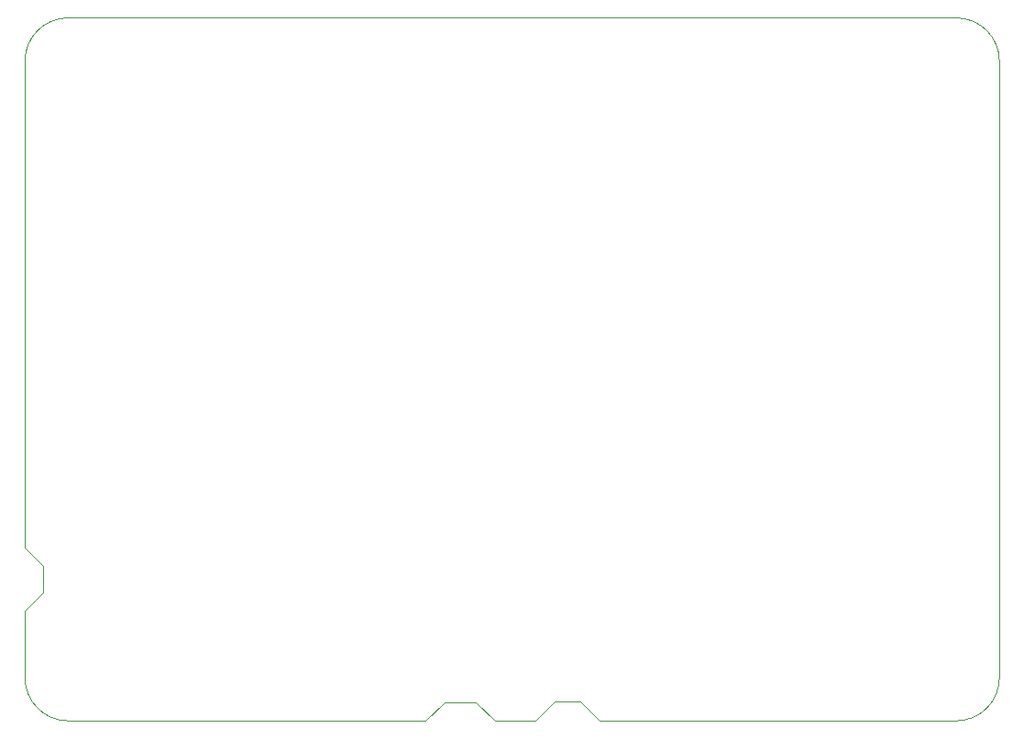
<source format=gm1>
G04 #@! TF.GenerationSoftware,KiCad,Pcbnew,(5.99.0-10720-gd84fcd89f1)*
G04 #@! TF.CreationDate,2021-06-08T11:49:26-04:00*
G04 #@! TF.ProjectId,FlySensei_Stack_RPi_ECAD,466c7953-656e-4736-9569-5f537461636b,0.1*
G04 #@! TF.SameCoordinates,Original*
G04 #@! TF.FileFunction,Profile,NP*
%FSLAX46Y46*%
G04 Gerber Fmt 4.6, Leading zero omitted, Abs format (unit mm)*
G04 Created by KiCad (PCBNEW (5.99.0-10720-gd84fcd89f1)) date 2021-06-08 11:49:26*
%MOMM*%
%LPD*%
G01*
G04 APERTURE LIST*
G04 #@! TA.AperFunction,Profile*
%ADD10C,0.100000*%
G04 #@! TD*
G04 APERTURE END LIST*
D10*
X128750000Y-128250000D02*
X131650000Y-128250000D01*
X138900000Y-128200000D02*
X137100000Y-130000000D01*
X131650000Y-128250000D02*
X133400000Y-130000000D01*
X91700000Y-118100000D02*
X90000000Y-119800000D01*
X91700000Y-115700000D02*
X90000000Y-114000000D01*
X90000000Y-119800000D02*
X90000000Y-126000000D01*
X127000000Y-130000000D02*
X94000000Y-130000000D01*
X180000000Y-69000000D02*
X180000000Y-126000000D01*
X180000000Y-69000000D02*
G75*
G03*
X176000000Y-65000000I-4000000J0D01*
G01*
X94000000Y-65000000D02*
X176000000Y-65000000D01*
X128750000Y-128250000D02*
X127000000Y-130000000D01*
X138900000Y-128200000D02*
X141300000Y-128200000D01*
X90000000Y-126000000D02*
G75*
G03*
X94000000Y-130000000I4000000J0D01*
G01*
X94000000Y-65000000D02*
G75*
G03*
X90000000Y-69000000I0J-4000000D01*
G01*
X176000000Y-130000000D02*
G75*
G03*
X180000000Y-126000000I0J4000000D01*
G01*
X91700000Y-115700000D02*
X91700000Y-118100000D01*
X141300000Y-128200000D02*
X143100000Y-130000000D01*
X90000000Y-114000000D02*
X90000000Y-69000000D01*
X133400000Y-130000000D02*
X137100000Y-130000000D01*
X143100000Y-130000000D02*
X176000000Y-130000000D01*
M02*

</source>
